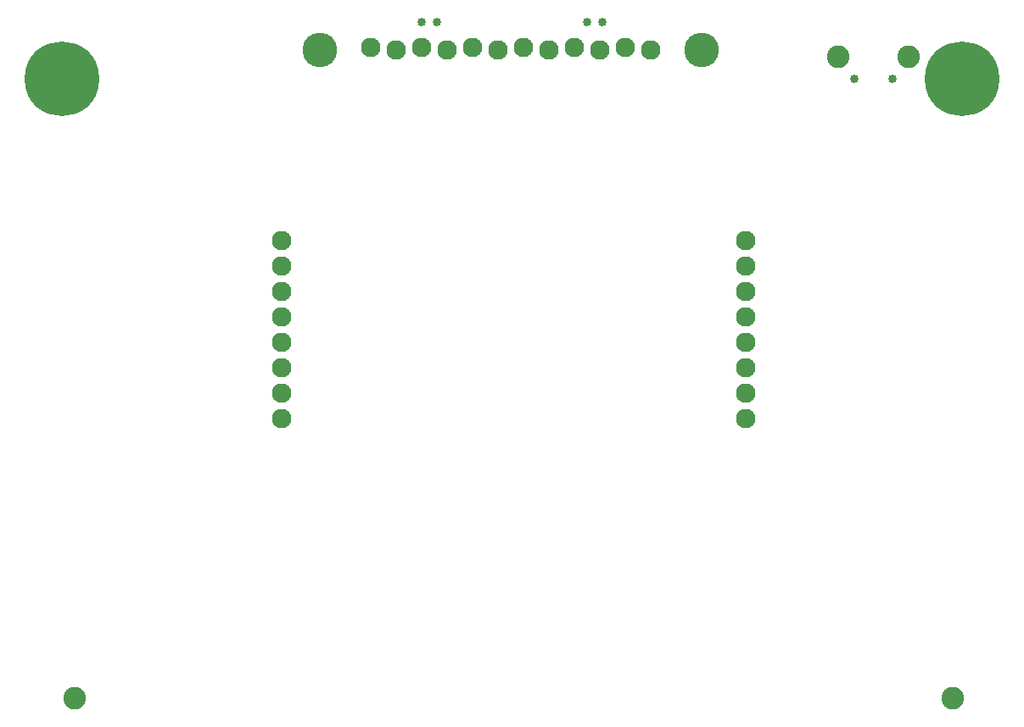
<source format=gbs>
G04 MADE WITH FRITZING*
G04 WWW.FRITZING.ORG*
G04 DOUBLE SIDED*
G04 HOLES PLATED*
G04 CONTOUR ON CENTER OF CONTOUR VECTOR*
%ASAXBY*%
%FSLAX23Y23*%
%MOIN*%
%OFA0B0*%
%SFA1.0B1.0*%
%ADD10C,0.033622*%
%ADD11C,0.293464*%
%ADD12C,0.076929*%
%ADD13C,0.088740*%
%ADD14C,0.135984*%
%LNMASK0*%
G90*
G70*
G54D10*
X2265Y2966D03*
X2327Y2966D03*
X1677Y2966D03*
X1615Y2966D03*
G54D11*
X202Y2741D03*
X3740Y2741D03*
G54D12*
X1065Y1404D03*
X1065Y1504D03*
X1065Y1604D03*
X1065Y1704D03*
X1065Y1804D03*
X1065Y1904D03*
X1065Y2004D03*
X1065Y2104D03*
X2890Y1404D03*
X2890Y1504D03*
X2890Y1604D03*
X2890Y1704D03*
X2890Y1804D03*
X2890Y1904D03*
X2890Y2004D03*
X2890Y2104D03*
G54D13*
X3528Y2829D03*
X3253Y2829D03*
G54D10*
X3465Y2741D03*
X3315Y2741D03*
G54D13*
X3702Y304D03*
X252Y304D03*
G54D14*
X1215Y2856D03*
X2715Y2856D03*
G54D12*
X2515Y2854D03*
X2415Y2864D03*
X2315Y2854D03*
X2215Y2864D03*
X2115Y2854D03*
X2015Y2864D03*
X1915Y2854D03*
X1815Y2864D03*
X1715Y2854D03*
X1615Y2864D03*
X1515Y2854D03*
X1415Y2864D03*
G04 End of Mask0*
M02*
</source>
